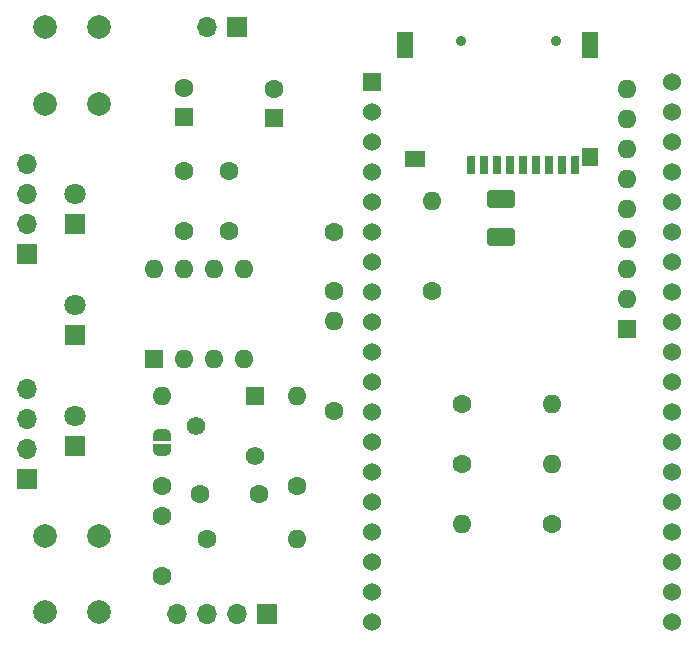
<source format=gbr>
%TF.GenerationSoftware,KiCad,Pcbnew,7.0.10*%
%TF.CreationDate,2024-01-20T13:47:53-06:00*%
%TF.ProjectId,CoCo-FujiNet-Rev00,436f436f-2d46-4756-9a69-4e65742d5265,Rev 00*%
%TF.SameCoordinates,Original*%
%TF.FileFunction,Soldermask,Top*%
%TF.FilePolarity,Negative*%
%FSLAX46Y46*%
G04 Gerber Fmt 4.6, Leading zero omitted, Abs format (unit mm)*
G04 Created by KiCad (PCBNEW 7.0.10) date 2024-01-20 13:47:53*
%MOMM*%
%LPD*%
G01*
G04 APERTURE LIST*
G04 Aperture macros list*
%AMRoundRect*
0 Rectangle with rounded corners*
0 $1 Rounding radius*
0 $2 $3 $4 $5 $6 $7 $8 $9 X,Y pos of 4 corners*
0 Add a 4 corners polygon primitive as box body*
4,1,4,$2,$3,$4,$5,$6,$7,$8,$9,$2,$3,0*
0 Add four circle primitives for the rounded corners*
1,1,$1+$1,$2,$3*
1,1,$1+$1,$4,$5*
1,1,$1+$1,$6,$7*
1,1,$1+$1,$8,$9*
0 Add four rect primitives between the rounded corners*
20,1,$1+$1,$2,$3,$4,$5,0*
20,1,$1+$1,$4,$5,$6,$7,0*
20,1,$1+$1,$6,$7,$8,$9,0*
20,1,$1+$1,$8,$9,$2,$3,0*%
%AMFreePoly0*
4,1,19,0.500000,-0.750000,0.000000,-0.750000,0.000000,-0.744911,-0.071157,-0.744911,-0.207708,-0.704816,-0.327430,-0.627875,-0.420627,-0.520320,-0.479746,-0.390866,-0.500000,-0.250000,-0.500000,0.250000,-0.479746,0.390866,-0.420627,0.520320,-0.327430,0.627875,-0.207708,0.704816,-0.071157,0.744911,0.000000,0.744911,0.000000,0.750000,0.500000,0.750000,0.500000,-0.750000,0.500000,-0.750000,
$1*%
%AMFreePoly1*
4,1,19,0.000000,0.744911,0.071157,0.744911,0.207708,0.704816,0.327430,0.627875,0.420627,0.520320,0.479746,0.390866,0.500000,0.250000,0.500000,-0.250000,0.479746,-0.390866,0.420627,-0.520320,0.327430,-0.627875,0.207708,-0.704816,0.071157,-0.744911,0.000000,-0.744911,0.000000,-0.750000,-0.500000,-0.750000,-0.500000,0.750000,0.000000,0.750000,0.000000,0.744911,0.000000,0.744911,
$1*%
G04 Aperture macros list end*
%ADD10R,1.800000X1.800000*%
%ADD11C,1.800000*%
%ADD12C,2.000000*%
%ADD13R,1.700000X1.700000*%
%ADD14O,1.700000X1.700000*%
%ADD15C,1.600000*%
%ADD16O,1.600000X1.600000*%
%ADD17R,1.530000X1.530000*%
%ADD18C,1.530000*%
%ADD19RoundRect,0.250001X-0.924999X0.499999X-0.924999X-0.499999X0.924999X-0.499999X0.924999X0.499999X0*%
%ADD20R,1.600000X1.600000*%
%ADD21FreePoly0,90.000000*%
%ADD22FreePoly1,90.000000*%
%ADD23C,0.900000*%
%ADD24R,0.700000X1.600000*%
%ADD25R,1.400000X1.600000*%
%ADD26R,1.400000X2.200000*%
%ADD27R,1.800000X1.400000*%
%ADD28R,1.560000X1.560000*%
%ADD29C,1.560000*%
G04 APERTURE END LIST*
D10*
%TO.C,D1*%
X134874000Y-73025000D03*
D11*
X134874000Y-70485000D03*
%TD*%
D12*
%TO.C,SW1*%
X136906000Y-56388000D03*
X136906000Y-62888000D03*
X132406000Y-56388000D03*
X132406000Y-62888000D03*
%TD*%
D13*
%TO.C,J1*%
X130810000Y-75565000D03*
D14*
X130810000Y-73025000D03*
X130810000Y-70485000D03*
X130810000Y-67945000D03*
%TD*%
D13*
%TO.C,J2*%
X130810000Y-94615000D03*
D14*
X130810000Y-92075000D03*
X130810000Y-89535000D03*
X130810000Y-86995000D03*
%TD*%
D15*
%TO.C,R17*%
X153670000Y-95250000D03*
D16*
X153670000Y-87630000D03*
%TD*%
D13*
%TO.C,J4*%
X148590000Y-56388000D03*
D14*
X146050000Y-56388000D03*
%TD*%
D10*
%TO.C,D3*%
X134874000Y-91821000D03*
D11*
X134874000Y-89281000D03*
%TD*%
D15*
%TO.C,C6*%
X147955000Y-73580000D03*
X147955000Y-68580000D03*
%TD*%
D17*
%TO.C,U2*%
X160020000Y-60970000D03*
D18*
X160020000Y-63510000D03*
X160020000Y-66050000D03*
X160020000Y-68590000D03*
X160020000Y-71130000D03*
X160020000Y-73670000D03*
X160020000Y-76210000D03*
X160020000Y-78750000D03*
X160020000Y-81290000D03*
X160020000Y-83830000D03*
X160020000Y-86370000D03*
X160020000Y-88910000D03*
X160020000Y-91450000D03*
X160020000Y-93990000D03*
X160020000Y-96530000D03*
X160020000Y-99070000D03*
X160020000Y-101610000D03*
X160020000Y-104150000D03*
X160020000Y-106690000D03*
X185420000Y-106690000D03*
X185420000Y-104150000D03*
X185420000Y-101610000D03*
X185420000Y-99070000D03*
X185420000Y-96530000D03*
X185420000Y-93990000D03*
X185420000Y-91450000D03*
X185420000Y-88910000D03*
X185420000Y-86370000D03*
X185420000Y-83830000D03*
X185420000Y-81290000D03*
X185420000Y-78750000D03*
X185420000Y-76210000D03*
X185420000Y-73670000D03*
X185420000Y-71130000D03*
X185420000Y-68590000D03*
X185420000Y-66050000D03*
X185420000Y-63510000D03*
X185420000Y-60970000D03*
%TD*%
D15*
%TO.C,R9*%
X167640000Y-93345000D03*
D16*
X175260000Y-93345000D03*
%TD*%
D13*
%TO.C,J3*%
X151130000Y-106045000D03*
D14*
X148590000Y-106045000D03*
X146050000Y-106045000D03*
X143510000Y-106045000D03*
%TD*%
D15*
%TO.C,R7*%
X146050000Y-99695000D03*
D16*
X153670000Y-99695000D03*
%TD*%
D19*
%TO.C,C1*%
X170942000Y-70892000D03*
X170942000Y-74142000D03*
%TD*%
D15*
%TO.C,R11*%
X167640000Y-88265000D03*
D16*
X175260000Y-88265000D03*
%TD*%
D20*
%TO.C,C7*%
X151765000Y-64095000D03*
D15*
X151765000Y-61595000D03*
%TD*%
D12*
%TO.C,SW2*%
X136906000Y-99418000D03*
X136906000Y-105918000D03*
X132406000Y-99418000D03*
X132406000Y-105918000D03*
%TD*%
D21*
%TO.C,JP1*%
X142240000Y-92202000D03*
D22*
X142240000Y-90902000D03*
%TD*%
D20*
%TO.C,RN1*%
X181610000Y-81915000D03*
D16*
X181610000Y-79375000D03*
X181610000Y-76835000D03*
X181610000Y-74295000D03*
X181610000Y-71755000D03*
X181610000Y-69215000D03*
X181610000Y-66675000D03*
X181610000Y-64135000D03*
X181610000Y-61595000D03*
%TD*%
D15*
%TO.C,R13*%
X165100000Y-78740000D03*
D16*
X165100000Y-71120000D03*
%TD*%
D15*
%TO.C,C4*%
X142240000Y-97790000D03*
X142240000Y-102790000D03*
%TD*%
D10*
%TO.C,D2*%
X134874000Y-82423000D03*
D11*
X134874000Y-79883000D03*
%TD*%
D20*
%TO.C,C2*%
X144145000Y-64007380D03*
D15*
X144145000Y-61507380D03*
%TD*%
%TO.C,C5*%
X144145000Y-68580000D03*
X144145000Y-73580000D03*
%TD*%
%TO.C,C8*%
X156845000Y-78740000D03*
X156845000Y-73740000D03*
%TD*%
D23*
%TO.C,P1*%
X175612600Y-57491800D03*
X167612600Y-57491800D03*
D24*
X168412600Y-67991800D03*
X169512600Y-67991800D03*
X170612600Y-67991800D03*
X171712600Y-67991800D03*
X172812600Y-67991800D03*
X173912600Y-67991800D03*
X175012600Y-67991800D03*
X176112600Y-67991800D03*
X177212600Y-67991800D03*
D25*
X178512600Y-67391800D03*
D26*
X178512600Y-57891800D03*
X162812600Y-57891800D03*
D27*
X163712600Y-67491800D03*
%TD*%
D28*
%TO.C,RV1*%
X150114000Y-87630000D03*
D29*
X145114000Y-90130000D03*
X150114000Y-92630000D03*
%TD*%
D15*
%TO.C,R12*%
X156845000Y-88900000D03*
D16*
X156845000Y-81280000D03*
%TD*%
D15*
%TO.C,R8*%
X142240000Y-95250000D03*
D16*
X142240000Y-87630000D03*
%TD*%
D15*
%TO.C,C3*%
X145455000Y-95885000D03*
X150455000Y-95885000D03*
%TD*%
D20*
%TO.C,U1*%
X141605000Y-84445000D03*
D16*
X144145000Y-84445000D03*
X146685000Y-84445000D03*
X149225000Y-84445000D03*
X149225000Y-76825000D03*
X146685000Y-76825000D03*
X144145000Y-76825000D03*
X141605000Y-76825000D03*
%TD*%
D15*
%TO.C,R10*%
X175260000Y-98425000D03*
D16*
X167640000Y-98425000D03*
%TD*%
M02*

</source>
